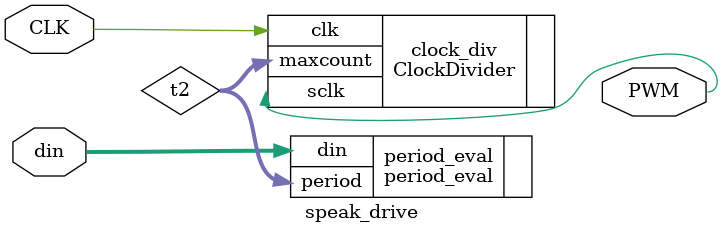
<source format=sv>
`timescale 1ns / 1ps


module speak_drive(
    input [7:0] din,
    input CLK,  
    output logic PWM
    );
    
    logic [16:0] t2; // PC -> P_ROM // PC_COUNT_wire
        
    period_eval period_eval(.din(din), .period(t2));
    ClockDivider clock_div(.maxcount(t2), .sclk(PWM), .clk(CLK));

endmodule
</source>
